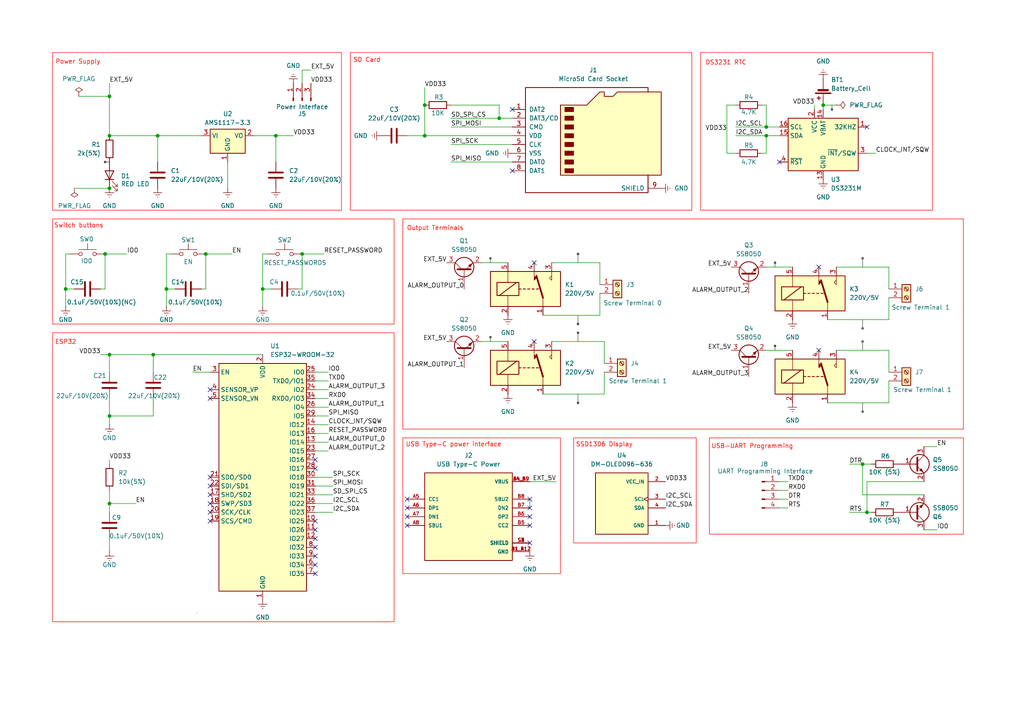
<source format=kicad_sch>
(kicad_sch (version 20231120) (generator "eeschema") (generator_version "8.0")
  (paper "A4")
  (lib_symbols
    (symbol "Connector:Conn_01x03_Pin" (pin_names (offset 1.016) hide)
      (property "Reference" "J" (at 0 5.08 0))
      (property "Value" "Conn_01x03_Pin" (at 0 -5.08 0))
      (symbol "Conn_01x03_Pin_1_1"
        (pin passive line (at 5.08 2.54 180) (length 3.81) (name "Pin_1") (number "1"))
        (pin passive line (at 5.08 0 180) (length 3.81) (name "Pin_2") (number "2"))
        (pin passive line (at 5.08 -2.54 180) (length 3.81) (name "Pin_3") (number "3"))
      )
    )
    (symbol "Connector:Conn_01x04_Pin" (pin_names (offset 1.016) hide)
      (property "Reference" "J" (at 0 5.08 0))
      (property "Value" "Conn_01x04_Pin" (at 0 -7.62 0))
      (symbol "Conn_01x04_Pin_1_1"
        (pin passive line (at 5.08 2.54 180) (length 3.81) (name "Pin_1") (number "1"))
        (pin passive line (at 5.08 0 180) (length 3.81) (name "Pin_2") (number "2"))
        (pin passive line (at 5.08 -2.54 180) (length 3.81) (name "Pin_3") (number "3"))
        (pin passive line (at 5.08 -5.08 180) (length 3.81) (name "Pin_4") (number "4"))
      )
    )
    (symbol "Connector:Micro_SD_Card" (pin_names (offset 1.016))
      (property "Reference" "J" (at -16.51 15.24 0))
      (property "Value" "Micro_SD_Card" (at 16.51 15.24 0))
      (symbol "Micro_SD_Card_1_1"
        (pin bidirectional line (at -22.86 7.62 0) (length 3.81) (name "DAT2") (number "1"))
        (pin bidirectional line (at -22.86 5.08 0) (length 3.81) (name "DAT3/CD") (number "2"))
        (pin input line (at -22.86 2.54 0) (length 3.81) (name "CMD") (number "3"))
        (pin power_in line (at -22.86 0 0) (length 3.81) (name "VDD") (number "4"))
        (pin input line (at -22.86 -2.54 0) (length 3.81) (name "CLK") (number "5"))
        (pin power_in line (at -22.86 -5.08 0) (length 3.81) (name "VSS") (number "6"))
        (pin bidirectional line (at -22.86 -7.62 0) (length 3.81) (name "DAT0") (number "7"))
        (pin bidirectional line (at -22.86 -10.16 0) (length 3.81) (name "DAT1") (number "8"))
        (pin passive line (at 20.32 -15.24 180) (length 3.81) (name "SHIELD") (number "9"))
      )
    )
    (symbol "Connector:Screw_Terminal_01x02" (pin_names (offset 1.016) hide)
      (property "Reference" "J" (at 0 2.54 0))
      (property "Value" "Screw_Terminal_01x02" (at 0 -5.08 0))
      (symbol "Screw_Terminal_01x02_1_1"
        (pin passive line (at -5.08 0 0) (length 3.81) (name "Pin_1") (number "1"))
        (pin passive line (at -5.08 -2.54 0) (length 3.81) (name "Pin_2") (number "2"))
      )
    )
    (symbol "DM-OLED096-636:DM-OLED096-636" (pin_names (offset 1.016))
      (property "Reference" "U" (at -7.62 10.922 0))
      (property "Value" "DM-OLED096-636" (at -7.62 -10.16 0))
      (symbol "DM-OLED096-636_0_0"
        (pin power_in line (at 12.7 -5.08 180) (length 5.08) (name "GND") (number "1"))
        (pin power_in line (at 12.7 7.62 180) (length 5.08) (name "VCC_IN") (number "2"))
        (pin input clock (at 12.7 2.54 180) (length 5.08) (name "SCL") (number "3"))
        (pin bidirectional line (at 12.7 0 180) (length 5.08) (name "SDA") (number "4"))
      )
    )
    (symbol "Device:Battery_Cell" (pin_numbers hide) (pin_names (offset 0) hide)
      (property "Reference" "BT" (at 2.54 2.54 0))
      (property "Value" "Battery_Cell" (at 2.54 0 0))
      (symbol "Battery_Cell_1_1"
        (pin passive line (at 0 5.08 270) (length 2.54) (name "+") (number "1"))
        (pin passive line (at 0 -2.54 90) (length 2.54) (name "-") (number "2"))
      )
    )
    (symbol "Device:C" (pin_numbers hide) (pin_names (offset 0.254))
      (property "Reference" "C" (at 0.635 2.54 0))
      (property "Value" "C" (at 0.635 -2.54 0))
      (symbol "C_1_1"
        (pin passive line (at 0 3.81 270) (length 2.794) (name "~") (number "1"))
        (pin passive line (at 0 -3.81 90) (length 2.794) (name "~") (number "2"))
      )
    )
    (symbol "Device:LED" (pin_numbers hide) (pin_names (offset 1.016) hide)
      (property "Reference" "D" (at 0 2.54 0))
      (property "Value" "LED" (at 0 -2.54 0))
      (symbol "LED_1_1"
        (pin passive line (at -3.81 0 0) (length 2.54) (name "K") (number "1"))
        (pin passive line (at 3.81 0 180) (length 2.54) (name "A") (number "2"))
      )
    )
    (symbol "Device:R" (pin_numbers hide) (pin_names (offset 0))
      (property "Reference" "R" (at 2.032 0 90))
      (property "Value" "R" (at 0 0 90))
      (symbol "R_1_1"
        (pin passive line (at 0 3.81 270) (length 1.27) (name "~") (number "1"))
        (pin passive line (at 0 -3.81 90) (length 1.27) (name "~") (number "2"))
      )
    )
    (symbol "RF_Module:ESP32-WROOM-32"
      (property "Reference" "U" (at -12.7 34.29 0))
      (property "Value" "ESP32-WROOM-32" (at 1.27 34.29 0))
      (symbol "ESP32-WROOM-32_1_1"
        (pin power_in line (at 0 -35.56 90) (length 2.54) (name "GND") (number "1"))
        (pin bidirectional line (at 15.24 -12.7 180) (length 2.54) (name "IO25") (number "10"))
        (pin bidirectional line (at 15.24 -15.24 180) (length 2.54) (name "IO26") (number "11"))
        (pin bidirectional line (at 15.24 -17.78 180) (length 2.54) (name "IO27") (number "12"))
        (pin bidirectional line (at 15.24 10.16 180) (length 2.54) (name "IO14") (number "13"))
        (pin bidirectional line (at 15.24 15.24 180) (length 2.54) (name "IO12") (number "14"))
        (pin passive line (at 0 -35.56 90) (length 2.54) hide (name "GND") (number "15"))
        (pin bidirectional line (at 15.24 12.7 180) (length 2.54) (name "IO13") (number "16"))
        (pin bidirectional line (at -15.24 -5.08 0) (length 2.54) (name "SHD/SD2") (number "17"))
        (pin bidirectional line (at -15.24 -7.62 0) (length 2.54) (name "SWP/SD3") (number "18"))
        (pin bidirectional line (at -15.24 -12.7 0) (length 2.54) (name "SCS/CMD") (number "19"))
        (pin power_in line (at 0 35.56 270) (length 2.54) (name "VDD") (number "2"))
        (pin bidirectional line (at -15.24 -10.16 0) (length 2.54) (name "SCK/CLK") (number "20"))
        (pin bidirectional line (at -15.24 0 0) (length 2.54) (name "SDO/SD0") (number "21"))
        (pin bidirectional line (at -15.24 -2.54 0) (length 2.54) (name "SDI/SD1") (number "22"))
        (pin bidirectional line (at 15.24 7.62 180) (length 2.54) (name "IO15") (number "23"))
        (pin bidirectional line (at 15.24 25.4 180) (length 2.54) (name "IO2") (number "24"))
        (pin bidirectional line (at 15.24 30.48 180) (length 2.54) (name "IO0") (number "25"))
        (pin bidirectional line (at 15.24 20.32 180) (length 2.54) (name "IO4") (number "26"))
        (pin bidirectional line (at 15.24 5.08 180) (length 2.54) (name "IO16") (number "27"))
        (pin bidirectional line (at 15.24 2.54 180) (length 2.54) (name "IO17") (number "28"))
        (pin bidirectional line (at 15.24 17.78 180) (length 2.54) (name "IO5") (number "29"))
        (pin input line (at -15.24 30.48 0) (length 2.54) (name "EN") (number "3"))
        (pin bidirectional line (at 15.24 0 180) (length 2.54) (name "IO18") (number "30"))
        (pin bidirectional line (at 15.24 -2.54 180) (length 2.54) (name "IO19") (number "31"))
        (pin no_connect line (at -12.7 -27.94 0) (length 2.54) hide (name "NC") (number "32"))
        (pin bidirectional line (at 15.24 -5.08 180) (length 2.54) (name "IO21") (number "33"))
        (pin bidirectional line (at 15.24 22.86 180) (length 2.54) (name "RXD0/IO3") (number "34"))
        (pin bidirectional line (at 15.24 27.94 180) (length 2.54) (name "TXD0/IO1") (number "35"))
        (pin bidirectional line (at 15.24 -7.62 180) (length 2.54) (name "IO22") (number "36"))
        (pin bidirectional line (at 15.24 -10.16 180) (length 2.54) (name "IO23") (number "37"))
        (pin passive line (at 0 -35.56 90) (length 2.54) hide (name "GND") (number "38"))
        (pin passive line (at 0 -35.56 90) (length 2.54) hide (name "GND") (number "39"))
        (pin input line (at -15.24 25.4 0) (length 2.54) (name "SENSOR_VP") (number "4"))
        (pin input line (at -15.24 22.86 0) (length 2.54) (name "SENSOR_VN") (number "5"))
        (pin input line (at 15.24 -25.4 180) (length 2.54) (name "IO34") (number "6"))
        (pin input line (at 15.24 -27.94 180) (length 2.54) (name "IO35") (number "7"))
        (pin bidirectional line (at 15.24 -20.32 180) (length 2.54) (name "IO32") (number "8"))
        (pin bidirectional line (at 15.24 -22.86 180) (length 2.54) (name "IO33") (number "9"))
      )
    )
    (symbol "Regulator_Linear:AMS1117-3.3"
      (property "Reference" "U" (at -3.81 3.175 0))
      (property "Value" "AMS1117-3.3" (at 0 3.175 0))
      (symbol "AMS1117-3.3_1_1"
        (pin power_in line (at 0 -7.62 90) (length 2.54) (name "GND") (number "1"))
        (pin power_out line (at 7.62 0 180) (length 2.54) (name "VO") (number "2"))
        (pin power_in line (at -7.62 0 0) (length 2.54) (name "VI") (number "3"))
      )
    )
    (symbol "Relay:SANYOU_SRD_Form_C"
      (property "Reference" "K" (at 11.43 3.81 0))
      (property "Value" "SANYOU_SRD_Form_C" (at 11.43 1.27 0))
      (symbol "SANYOU_SRD_Form_C_1_1"
        (pin passive line (at 5.08 -7.62 90) (length 2.54) (name "~") (number "1"))
        (pin passive line (at -5.08 -7.62 90) (length 2.54) (name "~") (number "2"))
        (pin passive line (at 7.62 7.62 270) (length 2.54) (name "~") (number "3"))
        (pin passive line (at 2.54 7.62 270) (length 2.54) (name "~") (number "4"))
        (pin passive line (at -5.08 7.62 270) (length 2.54) (name "~") (number "5"))
      )
    )
    (symbol "Switch:SW_Push" (pin_numbers hide) (pin_names (offset 1.016) hide)
      (property "Reference" "SW" (at 1.27 2.54 0))
      (property "Value" "SW_Push" (at 0 -1.524 0))
      (symbol "SW_Push_0_1"
        (pin passive line (at -5.08 0 0) (length 2.54) (name "1") (number "1"))
        (pin passive line (at 5.08 0 180) (length 2.54) (name "2") (number "2"))
      )
    )
    (symbol "TYPE-C-31-M-12:TYPE-C-31-M-12" (pin_names (offset 1.016))
      (property "Reference" "J" (at -12.7 13.462 0))
      (property "Value" "TYPE-C-31-M-12" (at -12.7 -13.462 0))
      (symbol "TYPE-C-31-M-12_0_0"
        (pin power_in line (at 17.78 -10.16 180) (length 5.08) (name "GND") (number "A1_B12"))
        (pin power_in line (at 17.78 10.16 180) (length 5.08) (name "VBUS") (number "A4_B9"))
        (pin bidirectional line (at -17.78 5.08 0) (length 5.08) (name "CC1") (number "A5"))
        (pin bidirectional line (at -17.78 2.54 0) (length 5.08) (name "DP1") (number "A6"))
        (pin bidirectional line (at -17.78 0 0) (length 5.08) (name "DN1") (number "A7"))
        (pin bidirectional line (at -17.78 -2.54 0) (length 5.08) (name "SBU1") (number "A8"))
        (pin power_in line (at 17.78 -10.16 180) (length 5.08) (name "GND") (number "B1_A12"))
        (pin power_in line (at 17.78 10.16 180) (length 5.08) (name "VBUS") (number "B4_A9"))
        (pin bidirectional line (at 17.78 -2.54 180) (length 5.08) (name "CC2") (number "B5"))
        (pin bidirectional line (at 17.78 0 180) (length 5.08) (name "DP2") (number "B6"))
        (pin bidirectional line (at 17.78 2.54 180) (length 5.08) (name "DN2") (number "B7"))
        (pin bidirectional line (at 17.78 5.08 180) (length 5.08) (name "SBU2") (number "B8"))
        (pin passive line (at 17.78 -7.62 180) (length 5.08) (name "SHIELD") (number "S1"))
        (pin passive line (at 17.78 -7.62 180) (length 5.08) (name "SHIELD") (number "S2"))
        (pin passive line (at 17.78 -7.62 180) (length 5.08) (name "SHIELD") (number "S3"))
        (pin passive line (at 17.78 -7.62 180) (length 5.08) (name "SHIELD") (number "S4"))
      )
    )
    (symbol "Timer_RTC:DS3231M"
      (property "Reference" "U" (at -7.62 8.89 0))
      (property "Value" "DS3231M" (at 10.16 8.89 0))
      (symbol "DS3231M_1_1"
        (pin open_collector line (at 12.7 5.08 180) (length 2.54) (name "32KHZ") (number "1"))
        (pin passive line (at 0 -10.16 90) (length 2.54) hide (name "GND") (number "10"))
        (pin passive line (at 0 -10.16 90) (length 2.54) hide (name "GND") (number "11"))
        (pin passive line (at 0 -10.16 90) (length 2.54) hide (name "GND") (number "12"))
        (pin power_in line (at 0 -10.16 90) (length 2.54) (name "GND") (number "13"))
        (pin power_in line (at 0 10.16 270) (length 2.54) (name "VBAT") (number "14"))
        (pin bidirectional line (at -12.7 2.54 0) (length 2.54) (name "SDA") (number "15"))
        (pin input line (at -12.7 5.08 0) (length 2.54) (name "SCL") (number "16"))
        (pin power_in line (at -2.54 10.16 270) (length 2.54) (name "VCC") (number "2"))
        (pin open_collector line (at 12.7 -2.54 180) (length 2.54) (name "~{INT}/SQW") (number "3"))
        (pin bidirectional line (at -12.7 -5.08 0) (length 2.54) (name "~{RST}") (number "4"))
        (pin passive line (at 0 -10.16 90) (length 2.54) hide (name "GND") (number "5"))
        (pin passive line (at 0 -10.16 90) (length 2.54) hide (name "GND") (number "6"))
        (pin passive line (at 0 -10.16 90) (length 2.54) hide (name "GND") (number "7"))
        (pin passive line (at 0 -10.16 90) (length 2.54) hide (name "GND") (number "8"))
        (pin passive line (at 0 -10.16 90) (length 2.54) hide (name "GND") (number "9"))
      )
    )
    (symbol "Transistor_BJT:SS8050" (pin_names (offset 0) hide)
      (property "Reference" "Q" (at 5.08 1.905 0))
      (property "Value" "SS8050" (at 5.08 0 0))
      (symbol "SS8050_1_1"
        (pin input line (at -5.08 0 0) (length 5.715) (name "B") (number "1"))
        (pin passive line (at 2.54 -5.08 90) (length 2.54) (name "E") (number "2"))
        (pin passive line (at 2.54 5.08 270) (length 2.54) (name "C") (number "3"))
      )
    )
    (symbol "power:GNDREF" (power) (pin_numbers hide) (pin_names (offset 0) hide)
      (property "Value" "GNDREF" (at 0 -3.81 0))
      (symbol "GNDREF_1_1"
        (pin power_in line (at 0 0 270) (length 0) (name "~") (number "1"))
      )
    )
    (symbol "power:PWR_FLAG" (power) (pin_numbers hide) (pin_names (offset 0) hide)
      (property "Value" "PWR_FLAG" (at 0 3.81 0))
      (symbol "PWR_FLAG_0_0"
        (pin power_out line (at 0 0 90) (length 0) (name "~") (number "1"))
      )
    )
  )
  (junction (at 31.75 146.05))
  (junction (at 123.19 30.48))
  (junction (at 19.05 83.82))
  (junction (at 144.78 34.29))
  (junction (at 251.46 148.59))
  (junction (at 45.72 39.37))
  (junction (at 76.2 83.82))
  (junction (at 31.75 39.37))
  (junction (at 222.25 39.37))
  (junction (at 123.19 39.37))
  (junction (at 250.19 134.62))
  (junction (at 31.75 54.61))
  (junction (at 30.48 73.66))
  (junction (at 222.25 36.83))
  (junction (at 31.75 27.94))
  (junction (at 87.63 73.66))
  (junction (at 31.75 102.87))
  (junction (at 59.69 73.66))
  (junction (at 44.45 102.87))
  (junction (at 48.26 83.82))
  (junction (at 80.01 39.37))
  (junction (at 31.75 120.65))
  (junction (at 238.76 30.48))
  (no_connect (at 91.44 163.83))
  (no_connect (at 118.11 144.78))
  (no_connect (at 118.11 152.4))
  (no_connect (at 91.44 153.67))
  (no_connect (at 60.96 113.03))
  (no_connect (at 60.96 115.57))
  (no_connect (at 60.96 146.05))
  (no_connect (at 91.44 161.29))
  (no_connect (at 60.96 140.97))
  (no_connect (at 153.67 157.48))
  (no_connect (at 91.44 133.35))
  (no_connect (at 237.49 77.47))
  (no_connect (at 148.59 31.75))
  (no_connect (at 60.96 138.43))
  (no_connect (at 148.59 49.53))
  (no_connect (at 153.67 144.78))
  (no_connect (at 251.46 36.83))
  (no_connect (at 60.96 148.59))
  (no_connect (at 153.67 149.86))
  (no_connect (at 118.11 149.86))
  (no_connect (at 153.67 152.4))
  (no_connect (at 153.67 147.32))
  (no_connect (at 91.44 151.13))
  (no_connect (at 60.96 143.51))
  (no_connect (at 91.44 166.37))
  (no_connect (at 154.94 76.2))
  (no_connect (at 237.49 101.6))
  (no_connect (at 118.11 147.32))
  (no_connect (at 226.06 46.99))
  (no_connect (at 60.96 151.13))
  (no_connect (at 154.94 99.06))
  (no_connect (at 91.44 135.89))
  (no_connect (at 91.44 158.75))
  (no_connect (at 91.44 156.21))
  (wire (pts (xy 222.25 44.45) (xy 222.25 39.37)))
  (wire (pts (xy 87.63 73.66) (xy 93.98 73.66)))
  (wire (pts (xy 31.75 27.94) (xy 31.75 39.37)))
  (wire (pts (xy 59.69 83.82) (xy 59.69 73.66)))
  (wire (pts (xy 175.26 107.95) (xy 175.26 114.3)))
  (wire (pts (xy 130.81 46.99) (xy 148.59 46.99)))
  (wire (pts (xy 226.06 139.7) (xy 228.6 139.7)))
  (wire (pts (xy 91.44 143.51) (xy 96.52 143.51)))
  (wire (pts (xy 58.42 83.82) (xy 59.69 83.82)))
  (wire (pts (xy 222.25 77.47) (xy 229.87 77.47)))
  (wire (pts (xy 91.44 125.73) (xy 95.25 125.73)))
  (wire (pts (xy 222.25 101.6) (xy 229.87 101.6)))
  (wire (pts (xy 44.45 120.65) (xy 44.45 115.57)))
  (wire (pts (xy 226.06 142.24) (xy 228.6 142.24)))
  (wire (pts (xy 123.19 30.48) (xy 123.19 39.37)))
  (wire (pts (xy 220.98 30.48) (xy 222.25 30.48)))
  (wire (pts (xy 31.75 156.21) (xy 31.75 160.02)))
  (wire (pts (xy 91.44 107.95) (xy 95.25 107.95)))
  (wire (pts (xy 44.45 102.87) (xy 76.2 102.87)))
  (wire (pts (xy 95.25 120.65) (xy 91.44 120.65)))
  (wire (pts (xy 73.66 39.37) (xy 80.01 39.37)))
  (wire (pts (xy 91.44 128.27) (xy 95.25 128.27)))
  (wire (pts (xy 173.99 85.09) (xy 173.99 91.44)))
  (wire (pts (xy 91.44 130.81) (xy 95.25 130.81)))
  (wire (pts (xy 22.86 27.94) (xy 31.75 27.94)))
  (wire (pts (xy 90.17 20.32) (xy 87.63 20.32)))
  (wire (pts (xy 87.63 20.32) (xy 87.63 24.13)))
  (wire (pts (xy 30.48 83.82) (xy 29.21 83.82)))
  (wire (pts (xy 55.88 107.95) (xy 60.96 107.95)))
  (wire (pts (xy 76.2 83.82) (xy 76.2 88.9)))
  (wire (pts (xy 86.36 83.82) (xy 87.63 83.82)))
  (wire (pts (xy 91.44 115.57) (xy 95.25 115.57)))
  (wire (pts (xy 31.75 133.35) (xy 31.75 134.62)))
  (wire (pts (xy 31.75 120.65) (xy 44.45 120.65)))
  (wire (pts (xy 222.25 36.83) (xy 226.06 36.83)))
  (wire (pts (xy 19.05 83.82) (xy 21.59 83.82)))
  (wire (pts (xy 19.05 73.66) (xy 20.32 73.66)))
  (wire (pts (xy 31.75 24.13) (xy 31.75 27.94)))
  (wire (pts (xy 59.69 73.66) (xy 67.31 73.66)))
  (wire (pts (xy 213.36 39.37) (xy 222.25 39.37)))
  (wire (pts (xy 76.2 73.66) (xy 76.2 83.82)))
  (wire (pts (xy 66.04 46.99) (xy 66.04 54.61)))
  (wire (pts (xy 36.83 73.66) (xy 30.48 73.66)))
  (wire (pts (xy 29.21 102.87) (xy 31.75 102.87)))
  (wire (pts (xy 144.78 34.29) (xy 148.59 34.29)))
  (wire (pts (xy 246.38 148.59) (xy 251.46 148.59)))
  (wire (pts (xy 91.44 123.19) (xy 95.25 123.19)))
  (wire (pts (xy 257.81 86.36) (xy 257.81 92.71)))
  (wire (pts (xy 91.44 138.43) (xy 96.52 138.43)))
  (wire (pts (xy 139.7 99.06) (xy 147.32 99.06)))
  (wire (pts (xy 91.44 140.97) (xy 96.52 140.97)))
  (wire (pts (xy 238.76 30.48) (xy 242.57 30.48)))
  (wire (pts (xy 213.36 36.83) (xy 222.25 36.83)))
  (wire (pts (xy 238.76 30.48) (xy 238.76 31.75)))
  (wire (pts (xy 91.44 113.03) (xy 95.25 113.03)))
  (wire (pts (xy 220.98 44.45) (xy 222.25 44.45)))
  (wire (pts (xy 76.2 83.82) (xy 78.74 83.82)))
  (wire (pts (xy 251.46 44.45) (xy 254 44.45)))
  (wire (pts (xy 250.19 134.62) (xy 252.73 134.62)))
  (wire (pts (xy 48.26 73.66) (xy 48.26 83.82)))
  (wire (pts (xy 267.97 139.7) (xy 251.46 139.7)))
  (wire (pts (xy 48.26 83.82) (xy 50.8 83.82)))
  (wire (pts (xy 226.06 144.78) (xy 228.6 144.78)))
  (wire (pts (xy 87.63 83.82) (xy 87.63 73.66)))
  (wire (pts (xy 267.97 153.67) (xy 271.78 153.67)))
  (wire (pts (xy 45.72 39.37) (xy 58.42 39.37)))
  (wire (pts (xy 226.06 147.32) (xy 228.6 147.32)))
  (wire (pts (xy 31.75 123.19) (xy 31.75 120.65)))
  (wire (pts (xy 271.78 129.54) (xy 267.97 129.54)))
  (wire (pts (xy 19.05 73.66) (xy 19.05 83.82)))
  (wire (pts (xy 118.11 39.37) (xy 123.19 39.37)))
  (wire (pts (xy 153.67 139.7) (xy 161.29 139.7)))
  (wire (pts (xy 123.19 25.4) (xy 123.19 30.48)))
  (wire (pts (xy 222.25 30.48) (xy 222.25 36.83)))
  (wire (pts (xy 130.81 30.48) (xy 144.78 30.48)))
  (wire (pts (xy 236.22 30.48) (xy 236.22 31.75)))
  (wire (pts (xy 80.01 39.37) (xy 80.01 46.99)))
  (wire (pts (xy 175.26 105.41) (xy 175.26 99.06)))
  (wire (pts (xy 251.46 148.59) (xy 252.73 148.59)))
  (wire (pts (xy 175.26 114.3) (xy 157.48 114.3)))
  (wire (pts (xy 257.81 107.95) (xy 257.81 101.6)))
  (wire (pts (xy 257.81 77.47) (xy 242.57 77.47)))
  (wire (pts (xy 31.75 39.37) (xy 45.72 39.37)))
  (wire (pts (xy 85.09 39.37) (xy 80.01 39.37)))
  (wire (pts (xy 91.44 148.59) (xy 96.52 148.59)))
  (wire (pts (xy 130.81 41.91) (xy 148.59 41.91)))
  (wire (pts (xy 257.81 83.82) (xy 257.81 77.47)))
  (wire (pts (xy 130.81 36.83) (xy 148.59 36.83)))
  (wire (pts (xy 250.19 143.51) (xy 250.19 134.62)))
  (wire (pts (xy 30.48 73.66) (xy 30.48 83.82)))
  (wire (pts (xy 222.25 39.37) (xy 226.06 39.37)))
  (wire (pts (xy 39.37 146.05) (xy 31.75 146.05)))
  (wire (pts (xy 31.75 102.87) (xy 44.45 102.87)))
  (wire (pts (xy 123.19 39.37) (xy 148.59 39.37)))
  (wire (pts (xy 91.44 110.49) (xy 95.25 110.49)))
  (wire (pts (xy 139.7 76.2) (xy 147.32 76.2)))
  (wire (pts (xy 257.81 110.49) (xy 257.81 116.84)))
  (wire (pts (xy 31.75 146.05) (xy 31.75 148.59)))
  (wire (pts (xy 130.81 34.29) (xy 144.78 34.29)))
  (wire (pts (xy 31.75 107.95) (xy 31.75 102.87)))
  (wire (pts (xy 210.82 30.48) (xy 213.36 30.48)))
  (wire (pts (xy 153.67 147.32) (xy 153.67 144.78)))
  (wire (pts (xy 210.82 30.48) (xy 210.82 44.45)))
  (wire (pts (xy 173.99 76.2) (xy 160.02 76.2)))
  (wire (pts (xy 31.75 142.24) (xy 31.75 146.05)))
  (wire (pts (xy 48.26 83.82) (xy 48.26 88.9)))
  (wire (pts (xy 31.75 120.65) (xy 31.75 115.57)))
  (wire (pts (xy 213.36 44.45) (xy 210.82 44.45)))
  (wire (pts (xy 144.78 30.48) (xy 144.78 34.29)))
  (wire (pts (xy 246.38 134.62) (xy 250.19 134.62)))
  (wire (pts (xy 44.45 107.95) (xy 44.45 102.87)))
  (wire (pts (xy 257.81 116.84) (xy 240.03 116.84)))
  (wire (pts (xy 91.44 146.05) (xy 96.52 146.05)))
  (wire (pts (xy 21.59 54.61) (xy 31.75 54.61)))
  (wire (pts (xy 267.97 143.51) (xy 250.19 143.51)))
  (wire (pts (xy 257.81 101.6) (xy 242.57 101.6)))
  (wire (pts (xy 91.44 118.11) (xy 95.25 118.11)))
  (wire (pts (xy 19.05 83.82) (xy 19.05 88.9)))
  (wire (pts (xy 175.26 99.06) (xy 160.02 99.06)))
  (wire (pts (xy 76.2 73.66) (xy 77.47 73.66)))
  (wire (pts (xy 173.99 91.44) (xy 157.48 91.44)))
  (wire (pts (xy 173.99 82.55) (xy 173.99 76.2)))
  (wire (pts (xy 257.81 92.71) (xy 240.03 92.71)))
  (wire (pts (xy 251.46 139.7) (xy 251.46 148.59)))
  (wire (pts (xy 48.26 73.66) (xy 49.53 73.66)))
  (wire (pts (xy 45.72 39.37) (xy 45.72 46.99)))
  (rectangle (start 15.24 63.5) (end 114.3 93.98) (stroke (width 0) (color 255 0 0 1)))
  (rectangle (start 15.24 96.52) (end 114.3 180.34) (stroke (width 0) (color 255 0 0 1)))
  (rectangle (start 57.15 177.8) (end 57.15 177.8))
  (rectangle (start 116.84 63.5) (end 279.4 124.46) (stroke (width 0) (color 255 0 0 1)))
  (rectangle (start 116.84 127) (end 162.56 166.37) (stroke (width 0) (color 255 0 0 1)))
  (rectangle (start 15.24 15.24) (end 99.06 60.96) (stroke (width 0) (color 255 0 0 1)))
  (rectangle (start 203.2 15.24) (end 270.51 60.96) (stroke (width 0) (color 255 0 0 1)))
  (rectangle (start 166.37 127) (end 201.93 157.48) (stroke (width 0) (color 255 0 0 1)))
  (rectangle (start 101.6 15.24) (end 200.66 60.96) (stroke (width 0) (color 255 0 0 1)))
  (rectangle (start 205.74 127) (end 279.4 154.94) (stroke (width 0) (color 255 0 0 1)))
  (text "ESP32" (at 19.05 99.314 0) (effects (font (size 1.27 1.27))))
  (text "SSD1306 Display" (at 175.26 129.032 0) (effects (font (size 1.27 1.27))))
  (text "Power Supply" (at 22.606 18.034 0) (effects (font (size 1.27 1.27))))
  (text "SD Card" (at 106.426 17.526 0) (effects (font (size 1.27 1.27))))
  (text "Output Terminals" (at 126.238 66.294 0) (effects (font (size 1.27 1.27))))
  (text "DS3231 RTC" (at 210.566 18.288 0) (effects (font (size 1.27 1.27))))
  (text "Switch buttons" (at 22.86 65.532 0) (effects (font (size 1.27 1.27))))
  (text "USB Type-C power interface" (at 131.572 129.032 0) (effects (font (size 1.27 1.27))))
  (text "USB-UART Programming" (at 218.186 129.54 0) (effects (font (size 1.27 1.27))))
  (label "RESET_PASSWORD" (at 93.98 73.66 0))
  (label "I2C_SDA" (at 193.04 147.32 0))
  (label "EXT_5V" (at 90.17 20.32 0))
  (label "CLOCK_INT{slash}SQW" (at 95.25 123.19 0))
  (label "IO0" (at 271.78 153.67 0))
  (label "VDD33" (at 90.17 24.13 0))
  (label "EN" (at 271.78 129.54 0))
  (label "ALARM_OUTPUT_1" (at 95.25 118.11 0))
  (label "SD_SPI_CS" (at 130.81 34.29 0))
  (label "EN" (at 67.31 73.66 0))
  (label "RXD0" (at 95.25 115.57 0))
  (label "DTR" (at 246.38 134.62 0))
  (label "I2C_SCL" (at 213.36 36.83 0))
  (label "EXT_5V" (at 212.09 101.6 180))
  (label "SPI_SCK" (at 96.52 138.43 0))
  (label "VDD33" (at 123.19 25.4 0))
  (label "EXT_5V" (at 129.54 76.2 180))
  (label "VDD33" (at 29.21 102.87 180))
  (label "SPI_SCK" (at 130.81 41.91 0))
  (label "RTS" (at 246.38 148.59 0))
  (label "SPI_MOSI" (at 96.52 140.97 0))
  (label "ALARM_OUTPUT_2" (at 217.17 85.09 180))
  (label "SPI_MOSI" (at 130.81 36.83 0))
  (label "EN" (at 55.88 107.95 0))
  (label "EXT_5V" (at 212.09 77.47 180))
  (label "EXT_5V" (at 129.54 99.06 180))
  (label "RTS" (at 228.6 147.32 0))
  (label "ALARM_OUTPUT_0" (at 134.62 83.82 180))
  (label "SPI_MISO" (at 130.81 46.99 0))
  (label "EXT_5V" (at 31.75 24.13 0))
  (label "ALARM_OUTPUT_3" (at 95.25 113.03 0))
  (label "I2C_SDA" (at 96.52 148.59 0))
  (label "VDD33" (at 210.82 38.1 180))
  (label "VDD33" (at 193.04 139.7 0))
  (label "ALARM_OUTPUT_1" (at 134.62 106.68 180))
  (label "I2C_SCL" (at 193.04 144.78 0))
  (label "VDD33" (at 236.22 30.48 180))
  (label "I2C_SCL" (at 96.52 146.05 0))
  (label "EN" (at 39.37 146.05 0))
  (label "TXD0" (at 95.25 110.49 0))
  (label "IO0" (at 36.83 73.66 0))
  (label "DTR" (at 228.6 144.78 0))
  (label "VDD33" (at 85.09 39.37 0))
  (label "RXD0" (at 228.6 142.24 0))
  (label "RESET_PASSWORD" (at 95.25 125.73 0))
  (label "VDD33" (at 31.75 133.35 0))
  (label "ALARM_OUTPUT_3" (at 217.17 109.22 180))
  (label "CLOCK_INT{slash}SQW" (at 254 44.45 0))
  (label "ALARM_OUTPUT_2" (at 95.25 130.81 0))
  (label "IO0" (at 95.25 107.95 0))
  (label "SD_SPI_CS" (at 96.52 143.51 0))
  (label "TXD0" (at 228.6 139.7 0))
  (label "I2C_SDA" (at 213.36 39.37 0))
  (label "SPI_MISO" (at 95.25 120.65 0))
  (label "ALARM_OUTPUT_0" (at 95.25 128.27 0))
  (label "EXT_5V" (at 161.29 139.7 180))
  (netclass_flag "" (length 2.54) (shape dot) (at 167.64 91.44 180) (property "Netclass" "terminal" (effects (hide yes))))
  (netclass_flag "" (length 1.27) (shape dot) (at 31.75 46.99 90) (property "Netclass" "power5v" (effects (hide yes))))
  (netclass_flag "" (length 2.54) (shape dot) (at 250.19 92.71 180) (property "Netclass" "terminal" (effects (hide yes))))
  (netclass_flag "" (length 2.54) (shape dot) (at 250.19 77.47 0) (property "Netclass" "terminal" (effects (hide yes))))
  (netclass_flag "" (length 1.27) (shape dot) (at 241.3 30.48 180) (property "Netclass" "power3.3v" (effects (hide yes))))
  (netclass_flag "" (length 2.54) (shape dot) (at 167.64 99.06 0) (property "Netclass" "terminal" (effects (hide yes))))
  (netclass_flag "" (length 1.27) (shape dot) (at 224.79 77.47 0) (property "Netclass" "power5v" (effects (hide yes))))
  (netclass_flag "" (length 1.27) (shape dot) (at 142.24 99.06 0) (property "Netclass" "power5v" (effects (hide yes))))
  (netclass_flag "" (length 1.27) (shape dot) (at 224.79 101.6 0) (property "Netclass" "power5v" (effects (hide yes))))
  (netclass_flag "" (length 2.54) (shape dot) (at 250.19 101.6 0) (property "Netclass" "terminal" (effects (hide yes))))
  (netclass_flag "" (length 2.54) (shape dot) (at 167.64 76.2 0) (property "Netclass" "terminal" (effects (hide yes))))
  (netclass_flag "" (length 2.54) (shape dot) (at 167.64 114.3 180) (property "Netclass" "terminal" (effects (hide yes))))
  (netclass_flag "" (length 1.27) (shape dot) (at 142.24 76.2 0) (property "Netclass" "power5v" (effects (hide yes))))
  (netclass_flag "" (length 2.54) (shape dot) (at 250.19 116.84 180) (property "Netclass" "terminal" (effects (hide yes))))
  (symbol (lib_id "Transistor_BJT:SS8050") (at 217.17 104.14 90) (unit 1)
    (property "Reference" "Q4" (at 217.17 95.25 90))
    (property "Value" "SS8050" (at 217.17 97.79 90))
    (property "Footprint" "Package_TO_SOT_SMD:SOT-23" (effects (hide yes)))
    (property "Datasheet" "http://www.secosgmbh.com/datasheet/products/SSMPTransistor/SOT-23/SS8050.pdf" (effects (hide yes)))
    (property "Description" "General Purpose NPN Transistor, 1.5A Ic, 25V Vce, SOT-23" (effects (hide yes)))
  )
  (symbol (lib_id "Device:C") (at 31.75 152.4 180) (unit 1)
    (property "Reference" "C9" (at 33.782 150.114 0))
    (property "Value" "0.1uF/50V(10%)" (at 39.624 155.448 0))
    (property "Footprint" "Capacitor_Tantalum_SMD:CP_EIA-1608-08_AVX-J" (effects (hide yes)))
    (property "Description" "Unpolarized capacitor" (effects (hide yes)))
  )
  (symbol (lib_id "Connector:Screw_Terminal_01x02") (at 180.34 105.41 0) (unit 1)
    (property "Reference" "J4" (at 182.88 105.4099 0) (effects (justify left)))
    (property "Value" "Screw Terminal 1" (at 176.53 110.49 0) (effects (justify left)))
    (property "Footprint" "TerminalBlock_Phoenix:TerminalBlock_Phoenix_MKDS-1,5-2-5.08_1x02_P5.08mm_Horizontal" (effects (hide yes)))
    (property "Description" "Generic screw terminal, single row, 01x02, script generated (kicad-library-utils/schlib/autogen/connector/)" (effects (hide yes)))
  )
  (symbol (lib_id "DM-OLED096-636:DM-OLED096-636") (at 180.34 147.32 0) (unit 1)
    (property "Reference" "U4" (at 180.34 132.08 0))
    (property "Value" "DM-OLED096-636" (at 180.34 134.62 0))
    (property "Footprint" "Connector_PinSocket_2.54mm:PinSocket_1x04_P2.54mm_Vertical" (effects (hide yes)))
    (property "MF" "Display Module" (effects (hide yes)))
    (property "MAXIMUM_PACKAGE_HEIGHT" "11.3 mm" (effects (hide yes)))
    (property "Package" "Package" (effects (hide yes)))
    (property "Price" "None" (effects (hide yes)))
    (property "Check_prices" "https://www.snapeda.com/parts/DM-OLED096-636/Display+Module/view-part/?ref=eda" (effects (hide yes)))
    (property "STANDARD" "Manufacturer Recommendations" (effects (hide yes)))
    (property "PARTREV" "2018-09-10" (effects (hide yes)))
    (property "SnapEDA_Link" "https://www.snapeda.com/parts/DM-OLED096-636/Display+Module/view-part/?ref=snap" (effects (hide yes)))
    (property "MP" "DM-OLED096-636" (effects (hide yes)))
    (property "Description_1" "\n                        \n                            0.96” 128 X 64 MONOCHROME GRAPHIC OLED DISPLAY MODULE - I2C\n                        \n" (effects (hide yes)))
    (property "Availability" "Not in stock" (effects (hide yes)))
    (property "MANUFACTURER" "Displaymodule" (effects (hide yes)))
  )
  (symbol (lib_id "power:GNDREF") (at 31.75 123.19 0) (unit 1)
    (property "Reference" "#PWR04" (effects (hide yes)))
    (property "Value" "GND" (at 33.782 127 0) (effects (justify right)))
    (property "Description" "Power symbol creates a global label with name \"GNDREF\" , reference supply ground" (effects (hide yes)))
  )
  (symbol (lib_id "Device:LED") (at 31.75 50.8 90) (unit 1)
    (property "Reference" "D1" (at 35.052 51.054 90) (effects (justify right)))
    (property "Value" "RED LED" (at 35.052 53.34 90) (effects (justify right)))
    (property "Footprint" "LED_SMD:LED_0201_0603Metric" (effects (hide yes)))
    (property "Description" "Light emitting diode" (effects (hide yes)))
  )
  (symbol (lib_id "Device:C") (at 114.3 39.37 90) (unit 1)
    (property "Reference" "C3" (at 114.3 31.75 90))
    (property "Value" "22uF/10V(20%)" (at 114.3 34.29 90))
    (property "Footprint" "Capacitor_Tantalum_SMD:CP_EIA-1608-08_AVX-J" (effects (hide yes)))
    (property "Description" "Unpolarized capacitor" (effects (hide yes)))
  )
  (symbol (lib_id "Device:R") (at 31.75 138.43 0) (unit 1)
    (property "Reference" "R2" (at 34.29 137.1599 0) (effects (justify left)))
    (property "Value" "10k(5%)" (at 34.29 139.6999 0) (effects (justify left)))
    (property "Footprint" "Resistor_SMD:R_0201_0603Metric" (effects (hide yes)))
    (property "Description" "Resistor" (effects (hide yes)))
  )
  (symbol (lib_id "power:GNDREF") (at 147.32 114.3 0) (unit 1)
    (property "Reference" "#PWR017" (effects (hide yes)))
    (property "Value" "GND" (at 147.32 119.38 0))
    (property "Description" "Power symbol creates a global label with name \"GNDREF\" , reference supply ground" (effects (hide yes)))
  )
  (symbol (lib_id "Transistor_BJT:SS8050") (at 265.43 134.62 0) (unit 1)
    (property "Reference" "Q5" (at 270.51 133.3499 0) (effects (justify left)))
    (property "Value" "SS8050" (at 270.51 135.8899 0) (effects (justify left)))
    (property "Footprint" "Package_TO_SOT_SMD:SOT-23" (effects (hide yes)))
    (property "Datasheet" "http://www.secosgmbh.com/datasheet/products/SSMPTransistor/SOT-23/SS8050.pdf" (effects (hide yes)))
    (property "Description" "General Purpose NPN Transistor, 1.5A Ic, 25V Vce, SOT-23" (effects (hide yes)))
  )
  (symbol (lib_id "Device:R") (at 217.17 30.48 90) (unit 1)
    (property "Reference" "R4" (at 217.17 28.194 90))
    (property "Value" "4.7K" (at 217.17 32.512 90))
    (property "Footprint" "Resistor_SMD:R_0201_0603Metric" (effects (hide yes)))
    (property "Description" "Resistor" (effects (hide yes)))
  )
  (symbol (lib_id "power:GNDREF") (at 193.04 152.4 90) (unit 1)
    (property "Reference" "#PWR015" (effects (hide yes)))
    (property "Value" "GND" (at 198.12 152.4 90))
    (property "Description" "Power symbol creates a global label with name \"GNDREF\" , reference supply ground" (effects (hide yes)))
  )
  (symbol (lib_id "power:GNDREF") (at 76.2 173.99 0) (unit 1)
    (property "Reference" "#PWR02" (effects (hide yes)))
    (property "Value" "GND" (at 76.2 179.07 0))
    (property "Description" "Power symbol creates a global label with name \"GNDREF\" , reference supply ground" (effects (hide yes)))
  )
  (symbol (lib_id "Connector:Screw_Terminal_01x02") (at 262.89 83.82 0) (unit 1)
    (property "Reference" "J6" (at 265.43 83.8199 0) (effects (justify left)))
    (property "Value" "Screw Terminal 1" (at 258.572 89.154 0) (effects (justify left)))
    (property "Footprint" "TerminalBlock_Phoenix:TerminalBlock_Phoenix_MKDS-1,5-2-5.08_1x02_P5.08mm_Horizontal" (effects (hide yes)))
    (property "Description" "Generic screw terminal, single row, 01x02, script generated (kicad-library-utils/schlib/autogen/connector/)" (effects (hide yes)))
  )
  (symbol (lib_id "power:GNDREF") (at 66.04 54.61 0) (unit 1)
    (property "Reference" "#PWR06" (effects (hide yes)))
    (property "Value" "GND" (at 66.04 59.69 0))
    (property "Description" "Power symbol creates a global label with name \"GNDREF\" , reference supply ground" (effects (hide yes)))
  )
  (symbol (lib_id "power:GNDREF") (at 153.67 160.02 0) (unit 1)
    (property "Reference" "#PWR018" (effects (hide yes)))
    (property "Value" "GND" (at 153.67 165.1 0))
    (property "Description" "Power symbol creates a global label with name \"GNDREF\" , reference supply ground" (effects (hide yes)))
  )
  (symbol (lib_id "power:GNDREF") (at 31.75 54.61 0) (unit 1)
    (property "Reference" "#PWR03" (effects (hide yes)))
    (property "Value" "GND" (at 31.75 59.69 0))
    (property "Description" "Power symbol creates a global label with name \"GNDREF\" , reference supply ground" (effects (hide yes)))
  )
  (symbol (lib_id "Device:C") (at 25.4 83.82 270) (unit 1)
    (property "Reference" "C15" (at 22.352 81.788 90))
    (property "Value" "0.1uF/50V(10%)(NC)" (at 29.464 87.63 90))
    (property "Footprint" "Capacitor_Tantalum_SMD:CP_EIA-1608-08_AVX-J" (effects (hide yes)))
    (property "Description" "Unpolarized capacitor" (effects (hide yes)))
  )
  (symbol (lib_id "Regulator_Linear:AMS1117-3.3") (at 66.04 39.37 0) (unit 1)
    (property "Reference" "U2" (at 66.04 33.02 0))
    (property "Value" "AMS1117-3.3" (at 66.04 35.56 0))
    (property "Footprint" "Package_TO_SOT_SMD:SOT-223-3_TabPin2" (effects (hide yes)))
    (property "Datasheet" "http://www.advanced-monolithic.com/pdf/ds1117.pdf" (effects (hide yes)))
    (property "Description" "1A Low Dropout regulator, positive, 3.3V fixed output, SOT-223" (effects (hide yes)))
  )
  (symbol (lib_id "power:GNDREF") (at 191.77 54.61 90) (unit 1)
    (property "Reference" "#PWR010" (effects (hide yes)))
    (property "Value" "GND" (at 195.58 54.6099 90) (effects (justify right)))
    (property "Description" "Power symbol creates a global label with name \"GNDREF\" , reference supply ground" (effects (hide yes)))
  )
  (symbol (lib_id "power:PWR_FLAG") (at 242.57 30.48 270) (unit 1)
    (property "Reference" "#FLG04" (effects (hide yes)))
    (property "Value" "PWR_FLAG" (at 246.38 30.4799 90) (effects (justify left)))
    (property "Description" "Special symbol for telling ERC where power comes from" (effects (hide yes)))
  )
  (symbol (lib_id "power:PWR_FLAG") (at 21.59 54.61 180) (unit 1)
    (property "Reference" "#FLG02" (effects (hide yes)))
    (property "Value" "PWR_FLAG" (at 21.59 59.69 0))
    (property "Description" "Special symbol for telling ERC where power comes from" (effects (hide yes)))
  )
  (symbol (lib_id "Connector:Conn_01x03_Pin") (at 87.63 29.21 90) (unit 1)
    (property "Reference" "J5" (at 87.63 33.02 90))
    (property "Value" "Power Interface" (at 87.63 30.988 90))
    (property "Footprint" "Connector_PinHeader_2.54mm:PinHeader_1x03_P2.54mm_Vertical" (effects (hide yes)))
    (property "Description" "Generic connector, single row, 01x03, script generated" (effects (hide yes)))
  )
  (symbol (lib_id "power:GNDREF") (at 110.49 39.37 270) (unit 1)
    (property "Reference" "#PWR012" (effects (hide yes)))
    (property "Value" "GND" (at 106.68 39.3699 90) (effects (justify right)))
    (property "Description" "Power symbol creates a global label with name \"GNDREF\" , reference supply ground" (effects (hide yes)))
  )
  (symbol (lib_id "power:GNDREF") (at 76.2 88.9 0) (unit 1)
    (property "Reference" "#PWR021" (effects (hide yes)))
    (property "Value" "GND" (at 78.232 92.71 0) (effects (justify right)))
    (property "Description" "Power symbol creates a global label with name \"GNDREF\" , reference supply ground" (effects (hide yes)))
  )
  (symbol (lib_id "power:GNDREF") (at 238.76 22.86 180) (unit 1)
    (property "Reference" "#PWR014" (effects (hide yes)))
    (property "Value" "GND" (at 238.76 17.78 0))
    (property "Description" "Power symbol creates a global label with name \"GNDREF\" , reference supply ground" (effects (hide yes)))
  )
  (symbol (lib_id "Relay:SANYOU_SRD_Form_C") (at 234.95 109.22 0) (unit 1)
    (property "Reference" "K4" (at 246.38 107.9499 0) (effects (justify left)))
    (property "Value" "220V/5V" (at 246.38 110.4899 0) (effects (justify left)))
    (property "Footprint" "Relay_THT:Relay_SPDT_SANYOU_SRD_Series_Form_C" (effects (hide yes)))
    (property "Datasheet" "http://www.sanyourelay.ca/public/products/pdf/SRD.pdf" (effects (hide yes)))
    (property "Description" "Sanyo SRD relay, Single Pole Miniature Power Relay," (effects (hide yes)))
  )
  (symbol (lib_id "Device:R") (at 217.17 44.45 90) (unit 1)
    (property "Reference" "R5" (at 217.17 42.164 90))
    (property "Value" "4.7K" (at 217.17 46.99 90))
    (property "Footprint" "Resistor_SMD:R_0201_0603Metric" (effects (hide yes)))
    (property "Description" "Resistor" (effects (hide yes)))
  )
  (symbol (lib_id "Device:R") (at 31.75 43.18 0) (mirror x) (unit 1)
    (property "Reference" "R1" (at 29.21 41.9099 0) (effects (justify right)))
    (property "Value" "2k(5%)" (at 29.21 44.4499 0) (effects (justify right)))
    (property "Footprint" "Resistor_SMD:R_0201_0603Metric" (effects (hide yes)))
    (property "Description" "Resistor" (effects (hide yes)))
  )
  (symbol (lib_id "Relay:SANYOU_SRD_Form_C") (at 152.4 83.82 0) (unit 1)
    (property "Reference" "K1" (at 163.83 82.5499 0) (effects (justify left)))
    (property "Value" "220V/5V" (at 163.83 85.0899 0) (effects (justify left)))
    (property "Footprint" "Relay_THT:Relay_SPDT_SANYOU_SRD_Series_Form_C" (effects (hide yes)))
    (property "Datasheet" "http://www.sanyourelay.ca/public/products/pdf/SRD.pdf" (effects (hide yes)))
    (property "Description" "Sanyo SRD relay, Single Pole Miniature Power Relay," (effects (hide yes)))
  )
  (symbol (lib_id "RF_Module:ESP32-WROOM-32") (at 76.2 138.43 0) (unit 1)
    (property "Reference" "U1" (at 78.3941 100.33 0) (effects (justify left)))
    (property "Value" "ESP32-WROOM-32" (at 78.3941 102.87 0) (effects (justify left)))
    (property "Footprint" "RF_Module:ESP32-WROOM-32" (effects (hide yes)))
    (property "Datasheet" "https://www.espressif.com/sites/default/files/documentation/esp32-wroom-32_datasheet_en.pdf" (effects (hide yes)))
    (property "Description" "RF Module, ESP32-D0WDQ6 SoC, Wi-Fi 802.11b/g/n, Bluetooth, BLE, 32-bit, 2.7-3.6V, onboard antenna, SMD" (effects (hide yes)))
  )
  (symbol (lib_id "Device:C") (at 80.01 50.8 0) (unit 1)
    (property "Reference" "C2" (at 83.82 49.5299 0) (effects (justify left)))
    (property "Value" "22uF/10V(20%)" (at 83.82 52.0699 0) (effects (justify left)))
    (property "Footprint" "Capacitor_Tantalum_SMD:CP_EIA-1608-08_AVX-J" (effects (hide yes)))
    (property "Description" "Unpolarized capacitor" (effects (hide yes)))
  )
  (symbol (lib_id "Transistor_BJT:SS8050") (at 265.43 148.59 0) (mirror x) (unit 1)
    (property "Reference" "Q6" (at 270.51 149.8601 0) (effects (justify left)))
    (property "Value" "SS8050" (at 270.51 147.3201 0) (effects (justify left)))
    (property "Footprint" "Package_TO_SOT_SMD:SOT-23" (effects (hide yes)))
    (property "Datasheet" "http://www.secosgmbh.com/datasheet/products/SSMPTransistor/SOT-23/SS8050.pdf" (effects (hide yes)))
    (property "Description" "General Purpose NPN Transistor, 1.5A Ic, 25V Vce, SOT-23" (effects (hide yes)))
  )
  (symbol (lib_id "power:GNDREF") (at 238.76 52.07 0) (unit 1)
    (property "Reference" "#PWR013" (effects (hide yes)))
    (property "Value" "GND" (at 238.76 57.15 0))
    (property "Description" "Power symbol creates a global label with name \"GNDREF\" , reference supply ground" (effects (hide yes)))
  )
  (symbol (lib_id "Device:C") (at 45.72 50.8 0) (unit 1)
    (property "Reference" "C1" (at 49.53 49.5299 0) (effects (justify left)))
    (property "Value" "22uF/10V(20%)" (at 49.53 52.0699 0) (effects (justify left)))
    (property "Footprint" "Capacitor_Tantalum_SMD:CP_EIA-1608-08_AVX-J" (effects (hide yes)))
    (property "Description" "Unpolarized capacitor" (effects (hide yes)))
  )
  (symbol (lib_id "Connector:Screw_Terminal_01x02") (at 262.89 107.95 0) (unit 1)
    (property "Reference" "J7" (at 265.43 107.9499 0) (effects (justify left)))
    (property "Value" "Screw Terminal 1" (at 259.08 113.03 0) (effects (justify left)))
    (property "Footprint" "TerminalBlock_Phoenix:TerminalBlock_Phoenix_MKDS-1,5-2-5.08_1x02_P5.08mm_Horizontal" (effects (hide yes)))
    (property "Description" "Generic screw terminal, single row, 01x02, script generated (kicad-library-utils/schlib/autogen/connector/)" (effects (hide yes)))
  )
  (symbol (lib_id "TYPE-C-31-M-12:TYPE-C-31-M-12") (at 135.89 149.86 0) (unit 1)
    (property "Reference" "J2" (at 135.89 132.08 0))
    (property "Value" "USB Type-C Power" (at 135.89 134.62 0))
    (property "Footprint" "TYPE-C-31-M-12:HRO_TYPE-C-31-M-12" (effects (hide yes)))
    (property "MF" "HRO Electronics Co., Ltd." (effects (hide yes)))
    (property "MAXIMUM_PACKAGE_HEIGHT" "3.26 mm" (effects (hide yes)))
    (property "Package" "Package" (effects (hide yes)))
    (property "Price" "None" (effects (hide yes)))
    (property "Check_prices" "https://www.snapeda.com/parts/TYPE-C-31-M-12/HRO+Electronics+Co.%252C+Ltd./view-part/?ref=eda" (effects (hide yes)))
    (property "STANDARD" "Manufacturer Recommendations" (effects (hide yes)))
    (property "PARTREV" "2020.12.08" (effects (hide yes)))
    (property "SnapEDA_Link" "https://www.snapeda.com/parts/TYPE-C-31-M-12/HRO+Electronics+Co.%252C+Ltd./view-part/?ref=snap" (effects (hide yes)))
    (property "MP" "TYPE-C-31-M-12" (effects (hide yes)))
    (property "Description_1" "\n                        \n                            USB Connectors 24 Receptacle 1 8.94*7.3mm RoHS\n                        \n" (effects (hide yes)))
    (property "SNAPEDA_PN" "TYPE-C-31-M-12" (effects (hide yes)))
    (property "Availability" "Not in stock" (effects (hide yes)))
    (property "MANUFACTURER" "HRO Electronics Co., Ltd." (effects (hide yes)))
  )
  (symbol (lib_id "power:GNDREF") (at 19.05 88.9 0) (unit 1)
    (property "Reference" "#PWR08" (effects (hide yes)))
    (property "Value" "GND" (at 21.082 92.71 0) (effects (justify right)))
    (property "Description" "Power symbol creates a global label with name \"GNDREF\" , reference supply ground" (effects (hide yes)))
  )
  (symbol (lib_id "Device:Battery_Cell") (at 238.76 25.4 180) (unit 1)
    (property "Reference" "BT1" (at 241.046 23.114 0) (effects (justify right)))
    (property "Value" "Battery_Cell" (at 241.046 25.654 0) (effects (justify right)))
    (property "Footprint" "Battery:BatteryHolder_Seiko_MS621F" (effects (hide yes)))
    (property "Description" "Single-cell battery" (effects (hide yes)))
  )
  (symbol (lib_id "power:GNDREF") (at 45.72 54.61 0) (unit 1)
    (property "Reference" "#PWR01" (effects (hide yes)))
    (property "Value" "GND" (at 45.72 59.69 0))
    (property "Description" "Power symbol creates a global label with name \"GNDREF\" , reference supply ground" (effects (hide yes)))
  )
  (symbol (lib_id "Switch:SW_Push") (at 54.61 73.66 0) (unit 1)
    (property "Reference" "SW1" (at 54.61 69.596 0))
    (property "Value" "EN" (at 54.61 75.946 0))
    (property "Footprint" "Button_Switch_SMD:SW_Tactile_SPST_NO_Straight_CK_PTS636Sx25SMTRLFS" (effects (hide yes)))
    (property "Description" "Push button switch, generic, two pins" (effects (hide yes)))
  )
  (symbol (lib_id "power:GNDREF") (at 85.09 24.13 180) (unit 1)
    (property "Reference" "#PWR022" (effects (hide yes)))
    (property "Value" "GND" (at 85.09 19.05 0))
    (property "Description" "Power symbol creates a global label with name \"GNDREF\" , reference supply ground" (effects (hide yes)))
  )
  (symbol (lib_id "Device:C") (at 44.45 111.76 180) (unit 1)
    (property "Reference" "C22" (at 46.482 109.474 0))
    (property "Value" "22uF/10V(20%)" (at 44.704 114.808 0))
    (property "Footprint" "Capacitor_Tantalum_SMD:CP_EIA-1608-08_AVX-J" (effects (hide yes)))
    (property "Description" "Unpolarized capacitor" (effects (hide yes)))
  )
  (symbol (lib_id "Transistor_BJT:SS8050") (at 217.17 80.01 90) (unit 1)
    (property "Reference" "Q3" (at 217.17 71.12 90))
    (property "Value" "SS8050" (at 217.17 73.66 90))
    (property "Footprint" "Package_TO_SOT_SMD:SOT-23" (effects (hide yes)))
    (property "Datasheet" "http://www.secosgmbh.com/datasheet/products/SSMPTransistor/SOT-23/SS8050.pdf" (effects (hide yes)))
    (property "Description" "General Purpose NPN Transistor, 1.5A Ic, 25V Vce, SOT-23" (effects (hide yes)))
  )
  (symbol (lib_id "Device:C") (at 31.75 111.76 180) (unit 1)
    (property "Reference" "C21" (at 28.956 108.966 0))
    (property "Value" "22uF/10V(20%)" (at 23.876 114.808 0))
    (property "Footprint" "Capacitor_Tantalum_SMD:CP_EIA-1608-08_AVX-J" (effects (hide yes)))
    (property "Description" "Unpolarized capacitor" (effects (hide yes)))
  )
  (symbol (lib_id "power:GNDREF") (at 148.59 44.45 270) (unit 1)
    (property "Reference" "#PWR011" (effects (hide yes)))
    (property "Value" "GND" (at 144.78 44.4499 90) (effects (justify right)))
    (property "Description" "Power symbol creates a global label with name \"GNDREF\" , reference supply ground" (effects (hide yes)))
  )
  (symbol (lib_id "power:GNDREF") (at 147.32 91.44 0) (unit 1)
    (property "Reference" "#PWR016" (effects (hide yes)))
    (property "Value" "GND" (at 147.32 96.52 0))
    (property "Description" "Power symbol creates a global label with name \"GNDREF\" , reference supply ground" (effects (hide yes)))
  )
  (symbol (lib_id "Switch:SW_Push") (at 82.55 73.66 0) (unit 1)
    (property "Reference" "SW2" (at 82.55 69.596 0))
    (property "Value" "RESET_PASSWORDS" (at 85.598 76.2 0))
    (property "Footprint" "Button_Switch_THT:SW_Tactile_SPST_Angled_PTS645Vx31-2LFS" (effects (hide yes)))
    (property "Description" "Push button switch, generic, two pins" (effects (hide yes)))
  )
  (symbol (lib_id "power:GNDREF") (at 229.87 92.71 0) (unit 1)
    (property "Reference" "#PWR019" (effects (hide yes)))
    (property "Value" "GND" (at 229.87 97.79 0))
    (property "Description" "Power symbol creates a global label with name \"GNDREF\" , reference supply ground" (effects (hide yes)))
  )
  (symbol (lib_id "Transistor_BJT:SS8050") (at 134.62 101.6 90) (unit 1)
    (property "Reference" "Q2" (at 134.62 92.71 90))
    (property "Value" "SS8050" (at 134.62 95.25 90))
    (property "Footprint" "Package_TO_SOT_SMD:SOT-23" (effects (hide yes)))
    (property "Datasheet" "http://www.secosgmbh.com/datasheet/products/SSMPTransistor/SOT-23/SS8050.pdf" (effects (hide yes)))
    (property "Description" "General Purpose NPN Transistor, 1.5A Ic, 25V Vce, SOT-23" (effects (hide yes)))
  )
  (symbol (lib_id "Relay:SANYOU_SRD_Form_C") (at 234.95 85.09 0) (unit 1)
    (property "Reference" "K3" (at 246.38 83.8199 0) (effects (justify left)))
    (property "Value" "220V/5V" (at 246.38 86.3599 0) (effects (justify left)))
    (property "Footprint" "Relay_THT:Relay_SPDT_SANYOU_SRD_Series_Form_C" (effects (hide yes)))
    (property "Datasheet" "http://www.sanyourelay.ca/public/products/pdf/SRD.pdf" (effects (hide yes)))
    (property "Description" "Sanyo SRD relay, Single Pole Miniature Power Relay," (effects (hide yes)))
  )
  (symbol (lib_id "power:GNDREF") (at 229.87 116.84 0) (unit 1)
    (property "Reference" "#PWR020" (effects (hide yes)))
    (property "Value" "GND" (at 229.87 121.92 0))
    (property "Description" "Power symbol creates a global label with name \"GNDREF\" , reference supply ground" (effects (hide yes)))
  )
  (symbol (lib_id "Device:C") (at 82.55 83.82 270) (unit 1)
    (property "Reference" "C4" (at 79.502 81.788 90))
    (property "Value" "0.1uF/50V(10%)" (at 92.202 85.09 90))
    (property "Footprint" "Capacitor_Tantalum_SMD:CP_EIA-1608-08_AVX-J" (effects (hide yes)))
    (property "Description" "Unpolarized capacitor" (effects (hide yes)))
  )
  (symbol (lib_id "Connector:Conn_01x04_Pin") (at 220.98 142.24 0) (unit 1)
    (property "Reference" "J8" (at 221.615 134.62 0))
    (property "Value" "UART Programming Interface" (at 221.996 136.652 0))
    (property "Footprint" "Connector_PinHeader_2.54mm:PinHeader_1x04_P2.54mm_Vertical" (effects (hide yes)))
    (property "Description" "Generic connector, single row, 01x04, script generated" (effects (hide yes)))
  )
  (symbol (lib_id "Device:R") (at 256.54 134.62 90) (unit 1)
    (property "Reference" "R6" (at 256.794 132.334 90))
    (property "Value" "10K (5%)" (at 256.54 136.906 90))
    (property "Footprint" "Resistor_SMD:R_0201_0603Metric" (effects (hide yes)))
    (property "Description" "Resistor" (effects (hide yes)))
  )
  (symbol (lib_id "power:GNDREF") (at 80.01 54.61 0) (unit 1)
    (property "Reference" "#PWR07" (effects (hide yes)))
    (property "Value" "GND" (at 80.01 59.69 0))
    (property "Description" "Power symbol creates a global label with name \"GNDREF\" , reference supply ground" (effects (hide yes)))
  )
  (symbol (lib_id "Connector:Micro_SD_Card") (at 171.45 39.37 0) (unit 1)
    (property "Reference" "J1" (at 172.085 20.32 0))
    (property "Value" "MicroSd Card Socket" (at 172.085 22.86 0))
    (property "Footprint" "SDCard:J_SD_Card-micro_socket_A" (effects (hide yes)))
    (property "Datasheet" "https://www.we-online.com/components/products/datasheet/693072010801.pdf" (effects (hide yes)))
    (property "Description" "Micro SD Card Socket" (effects (hide yes)))
  )
  (symbol (lib_id "power:GNDREF") (at 48.26 88.9 0) (unit 1)
    (property "Reference" "#PWR09" (effects (hide yes)))
    (property "Value" "GND" (at 50.292 92.71 0) (effects (justify right)))
    (property "Description" "Power symbol creates a global label with name \"GNDREF\" , reference supply ground" (effects (hide yes)))
  )
  (symbol (lib_id "power:PWR_FLAG") (at 22.86 27.94 0) (unit 1)
    (property "Reference" "#FLG01" (effects (hide yes)))
    (property "Value" "PWR_FLAG" (at 22.86 22.86 0))
    (property "Description" "Special symbol for telling ERC where power comes from" (effects (hide yes)))
  )
  (symbol (lib_id "Timer_RTC:DS3231M") (at 238.76 41.91 0) (unit 1)
    (property "Reference" "U3" (at 240.9541 52.07 0) (effects (justify left)))
    (property "Value" "DS3231M" (at 240.9541 54.61 0) (effects (justify left)))
    (property "Footprint" "Package_SO:SOIC-16W_7.5x10.3mm_P1.27mm" (effects (hide yes)))
    (property "Datasheet" "http://datasheets.maximintegrated.com/en/ds/DS3231.pdf" (effects (hide yes)))
    (property "Description" "Extremely Accurate I2C-Integrated RTC/TCXO/Crystal SOIC-16" (effects (hide yes)))
  )
  (symbol (lib_id "Device:R") (at 256.54 148.59 90) (unit 1)
    (property "Reference" "R7" (at 256.54 146.304 90))
    (property "Value" "10K (5%)" (at 256.54 150.876 90))
    (property "Footprint" "Resistor_SMD:R_0201_0603Metric" (effects (hide yes)))
    (property "Description" "Resistor" (effects (hide yes)))
  )
  (symbol (lib_id "Connector:Screw_Terminal_01x02") (at 179.07 82.55 0) (unit 1)
    (property "Reference" "J3" (at 181.61 82.5499 0) (effects (justify left)))
    (property "Value" "Screw Terminal 0" (at 175.006 87.884 0) (effects (justify left)))
    (property "Footprint" "TerminalBlock_Phoenix:TerminalBlock_Phoenix_MKDS-1,5-2-5.08_1x02_P5.08mm_Horizontal" (effects (hide yes)))
    (property "Description" "Generic screw terminal, single row, 01x02, script generated (kicad-library-utils/schlib/autogen/connector/)" (effects (hide yes)))
  )
  (symbol (lib_id "Transistor_BJT:SS8050") (at 134.62 78.74 90) (unit 1)
    (property "Reference" "Q1" (at 134.62 69.85 90))
    (property "Value" "SS8050" (at 134.62 72.39 90))
    (property "Footprint" "Package_TO_SOT_SMD:SOT-23" (effects (hide yes)))
    (property "Datasheet" "http://www.secosgmbh.com/datasheet/products/SSMPTransistor/SOT-23/SS8050.pdf" (effects (hide yes)))
    (property "Description" "General Purpose NPN Transistor, 1.5A Ic, 25V Vce, SOT-23" (effects (hide yes)))
  )
  (symbol (lib_id "Relay:SANYOU_SRD_Form_C") (at 152.4 106.68 0) (unit 1)
    (property "Reference" "K2" (at 163.83 105.4099 0) (effects (justify left)))
    (property "Value" "220V/5V" (at 163.83 107.9499 0) (effects (justify left)))
    (property "Footprint" "Relay_THT:Relay_SPDT_SANYOU_SRD_Series_Form_C" (effects (hide yes)))
    (property "Datasheet" "http://www.sanyourelay.ca/public/products/pdf/SRD.pdf" (effects (hide yes)))
    (property "Description" "Sanyo SRD relay, Single Pole Miniature Power Relay," (effects (hide yes)))
  )
  (symbol (lib_id "Device:R") (at 127 30.48 90) (unit 1)
    (property "Reference" "R3" (at 127.254 28.194 90))
    (property "Value" "10K" (at 127 32.766 90))
    (property "Footprint" "Resistor_SMD:R_0201_0603Metric" (effects (hide yes)))
    (property "Description" "Resistor" (effects (hide yes)))
  )
  (symbol (lib_id "Switch:SW_Push") (at 25.4 73.66 0) (unit 1)
    (property "Reference" "SW0" (at 25.146 69.342 0))
    (property "Value" "IO0" (at 25.146 75.692 0))
    (property "Footprint" "Button_Switch_SMD:SW_Tactile_SPST_NO_Straight_CK_PTS636Sx25SMTRLFS" (effects (hide yes)))
    (property "Description" "Push button switch, generic, two pins" (effects (hide yes)))
  )
  (symbol (lib_id "Device:C") (at 54.61 83.82 270) (unit 1)
    (property "Reference" "C14" (at 51.562 81.788 90))
    (property "Value" "0.1uF/50V(10%)" (at 56.642 87.63 90))
    (property "Footprint" "Capacitor_Tantalum_SMD:CP_EIA-1608-08_AVX-J" (effects (hide yes)))
    (property "Description" "Unpolarized capacitor" (effects (hide yes)))
  )
  (symbol (lib_id "power:GNDREF") (at 31.75 160.02 0) (unit 1)
    (property "Reference" "#PWR05" (effects (hide yes)))
    (property "Value" "GND" (at 33.782 163.83 0) (effects (justify right)))
    (property "Description" "Power symbol creates a global label with name \"GNDREF\" , reference supply ground" (effects (hide yes)))
  )
)
</source>
